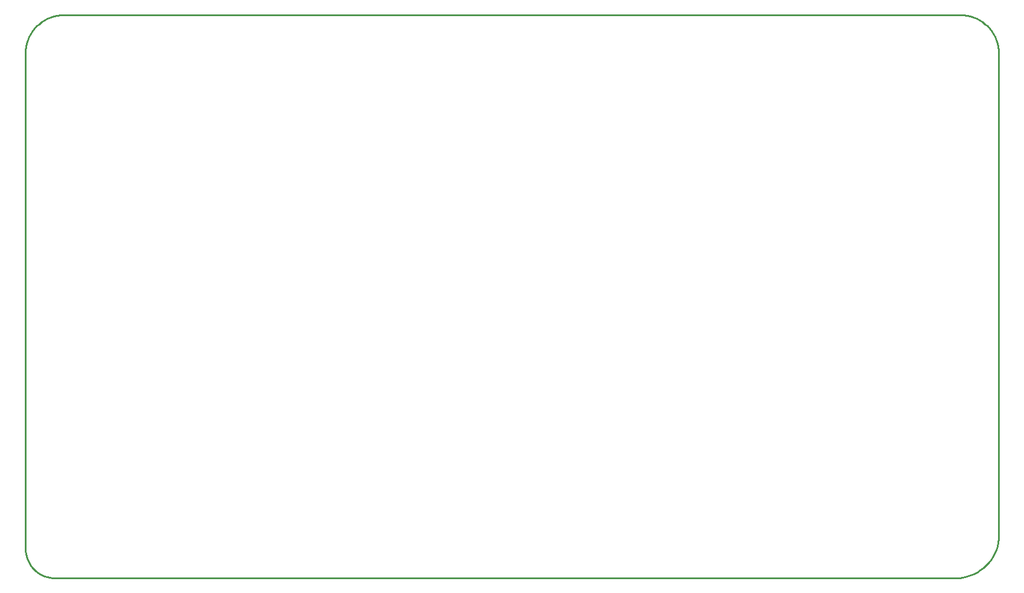
<source format=gbr>
G04 EAGLE Gerber RS-274X export*
G75*
%MOMM*%
%FSLAX34Y34*%
%LPD*%
%IN*%
%IPPOS*%
%AMOC8*
5,1,8,0,0,1.08239X$1,22.5*%
G01*
G04 Define Apertures*
%ADD10C,0.254000*%
D10*
X4850Y59130D02*
X5015Y55351D01*
X5509Y51601D01*
X6327Y47908D01*
X7465Y44300D01*
X8913Y40806D01*
X10659Y37450D01*
X12692Y34260D01*
X14994Y31259D01*
X17550Y28470D01*
X20339Y25914D01*
X23340Y23612D01*
X26530Y21579D01*
X29886Y19833D01*
X33380Y18385D01*
X36988Y17247D01*
X40681Y16429D01*
X44431Y15935D01*
X48210Y15770D01*
X1370301Y15770D01*
X1375818Y16011D01*
X1381293Y16732D01*
X1386684Y17927D01*
X1391950Y19587D01*
X1397052Y21701D01*
X1401950Y24251D01*
X1406608Y27218D01*
X1410989Y30579D01*
X1415060Y34310D01*
X1418791Y38381D01*
X1422152Y42762D01*
X1425120Y47420D01*
X1427669Y52318D01*
X1429783Y57420D01*
X1431443Y62686D01*
X1432638Y68077D01*
X1433359Y73552D01*
X1433600Y79069D01*
X1433600Y786518D01*
X1433385Y791445D01*
X1432741Y796335D01*
X1431674Y801150D01*
X1430191Y805853D01*
X1428303Y810410D01*
X1426026Y814784D01*
X1423376Y818943D01*
X1420374Y822856D01*
X1417042Y826492D01*
X1413406Y829824D01*
X1409493Y832826D01*
X1405334Y835476D01*
X1400960Y837753D01*
X1396403Y839641D01*
X1391700Y841124D01*
X1386885Y842191D01*
X1381995Y842835D01*
X1377068Y843050D01*
X61382Y843050D01*
X56455Y842835D01*
X51565Y842191D01*
X46750Y841124D01*
X42047Y839641D01*
X37491Y837753D01*
X33116Y835476D01*
X28957Y832826D01*
X25044Y829824D01*
X21408Y826492D01*
X18076Y822856D01*
X15074Y818943D01*
X12424Y814784D01*
X10147Y810410D01*
X8259Y805853D01*
X6776Y801150D01*
X5709Y796335D01*
X5065Y791445D01*
X4850Y786518D01*
X4850Y59130D01*
M02*

</source>
